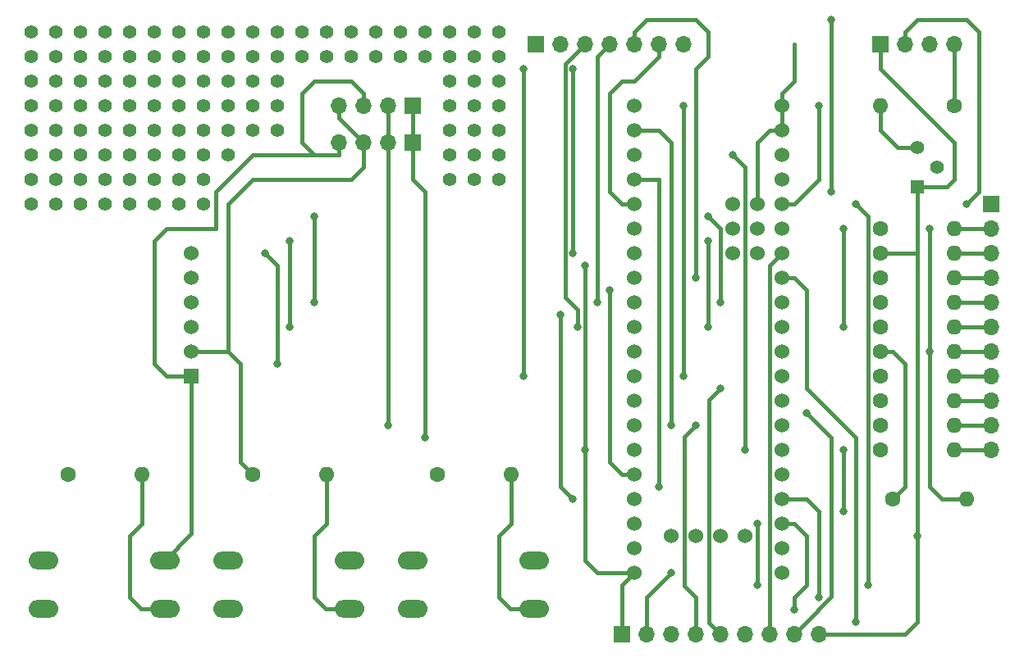
<source format=gbr>
%TF.GenerationSoftware,KiCad,Pcbnew,5.1.6-c6e7f7d~86~ubuntu16.04.1*%
%TF.CreationDate,2020-07-12T04:11:33+01:00*%
%TF.ProjectId,bluepill-pb1,626c7565-7069-46c6-9c2d-7062312e6b69,rev?*%
%TF.SameCoordinates,Original*%
%TF.FileFunction,Copper,L2,Bot*%
%TF.FilePolarity,Positive*%
%FSLAX46Y46*%
G04 Gerber Fmt 4.6, Leading zero omitted, Abs format (unit mm)*
G04 Created by KiCad (PCBNEW 5.1.6-c6e7f7d~86~ubuntu16.04.1) date 2020-07-12 04:11:33*
%MOMM*%
%LPD*%
G01*
G04 APERTURE LIST*
%TA.AperFunction,ComponentPad*%
%ADD10O,1.600000X1.600000*%
%TD*%
%TA.AperFunction,ComponentPad*%
%ADD11C,1.600000*%
%TD*%
%TA.AperFunction,ComponentPad*%
%ADD12C,1.524000*%
%TD*%
%TA.AperFunction,ComponentPad*%
%ADD13O,3.048000X1.850000*%
%TD*%
%TA.AperFunction,ComponentPad*%
%ADD14O,1.700000X1.700000*%
%TD*%
%TA.AperFunction,ComponentPad*%
%ADD15R,1.700000X1.700000*%
%TD*%
%TA.AperFunction,ComponentPad*%
%ADD16C,1.397000*%
%TD*%
%TA.AperFunction,ComponentPad*%
%ADD17R,1.397000X1.397000*%
%TD*%
%TA.AperFunction,ComponentPad*%
%ADD18R,1.524000X1.524000*%
%TD*%
%TA.AperFunction,ViaPad*%
%ADD19C,1.400000*%
%TD*%
%TA.AperFunction,ViaPad*%
%ADD20C,0.800000*%
%TD*%
%TA.AperFunction,Conductor*%
%ADD21C,0.400000*%
%TD*%
G04 APERTURE END LIST*
D10*
%TO.P,R15,2*%
%TO.N,Net-(Q1-Pad2)*%
X175260000Y-106680000D03*
D11*
%TO.P,R15,1*%
%TO.N,Net-(R15-Pad1)*%
X167640000Y-106680000D03*
%TD*%
D12*
%TO.P,U1,5V*%
%TO.N,Net-(J6-Pad1)*%
X140970000Y-109220000D03*
%TO.P,U1,3V3*%
%TO.N,+3V3*%
X151130000Y-81280000D03*
%TO.P,U1,PB2*%
%TO.N,N/C*%
X151130000Y-78740000D03*
%TO.P,U1,G*%
%TO.N,GND*%
X151130000Y-76200000D03*
%TO.P,U1,3V3*%
%TO.N,+3V3*%
X153670000Y-81280000D03*
%TO.P,U1,BOOT*%
%TO.N,N/C*%
X153670000Y-78740000D03*
%TO.P,U1,G*%
%TO.N,GND*%
X153670000Y-76200000D03*
X152400000Y-110490000D03*
%TO.P,U1,PA14*%
%TO.N,N/C*%
X149860000Y-110490000D03*
%TO.P,U1,PA13*%
X147320000Y-110490000D03*
%TO.P,U1,3V3*%
%TO.N,+3V3*%
X144780000Y-110490000D03*
%TO.P,U1,G*%
%TO.N,GND*%
X156210000Y-66040000D03*
X156210000Y-68580000D03*
%TO.P,U1,3V3*%
%TO.N,+3V3*%
X156210000Y-71120000D03*
%TO.P,U1,NRST*%
%TO.N,N/C*%
X156210000Y-73660000D03*
%TO.P,U1,PB11*%
%TO.N,Net-(Q1-Pad1)*%
X156210000Y-76200000D03*
%TO.P,U1,PB10*%
%TO.N,Net-(R8-Pad1)*%
X156210000Y-78740000D03*
%TO.P,U1,PB1*%
%TO.N,Net-(J5-Pad7)*%
X156210000Y-81280000D03*
%TO.P,U1,PB0*%
%TO.N,Net-(J5-Pad6)*%
X156210000Y-83820000D03*
%TO.P,U1,PA7*%
%TO.N,Net-(A1-Pad4)*%
X156210000Y-86360000D03*
%TO.P,U1,PA6*%
%TO.N,Net-(A1-Pad3)*%
X156210000Y-88900000D03*
%TO.P,U1,PA5*%
%TO.N,Net-(A1-Pad5)*%
X156210000Y-91440000D03*
%TO.P,U1,PA4*%
%TO.N,Net-(A1-Pad6)*%
X156210000Y-93980000D03*
%TO.P,U1,PA3*%
%TO.N,Net-(J5-Pad5)*%
X156210000Y-96520000D03*
%TO.P,U1,PA2*%
%TO.N,Net-(J5-Pad4)*%
X156210000Y-99060000D03*
%TO.P,U1,PA1*%
%TO.N,Net-(R2-Pad2)*%
X156210000Y-101600000D03*
%TO.P,U1,PA0*%
%TO.N,Net-(R3-Pad2)*%
X156210000Y-104140000D03*
%TO.P,U1,PC15*%
%TO.N,Net-(R1-Pad2)*%
X156210000Y-106680000D03*
%TO.P,U1,PC14*%
%TO.N,Net-(J5-Pad3)*%
X156210000Y-109220000D03*
%TO.P,U1,PC13*%
%TO.N,Net-(J5-Pad2)*%
X156210000Y-111760000D03*
%TO.P,U1,VBAT*%
%TO.N,N/C*%
X156210000Y-114300000D03*
%TO.P,U1,3V3*%
%TO.N,+3V3*%
X140970000Y-114300000D03*
%TO.P,U1,G*%
%TO.N,GND*%
X140970000Y-111760000D03*
%TO.P,U1,PB9*%
%TO.N,Net-(R7-Pad1)*%
X140970000Y-106680000D03*
%TO.P,U1,PB8*%
%TO.N,Net-(R6-Pad1)*%
X140970000Y-104140000D03*
%TO.P,U1,PB7*%
%TO.N,Net-(J3-Pad1)*%
X140970000Y-101600000D03*
%TO.P,U1,PB6*%
%TO.N,Net-(J3-Pad2)*%
X140970000Y-99060000D03*
%TO.P,U1,PB5*%
%TO.N,Net-(J5-Pad8)*%
X140970000Y-96520000D03*
%TO.P,U1,PB4*%
%TO.N,Net-(J6-Pad2)*%
X140970000Y-93980000D03*
%TO.P,U1,PB3*%
%TO.N,Net-(R15-Pad1)*%
X140970000Y-91440000D03*
%TO.P,U1,PA15*%
%TO.N,Net-(J6-Pad3)*%
X140970000Y-88900000D03*
%TO.P,U1,PA12*%
%TO.N,Net-(J6-Pad4)*%
X140970000Y-86360000D03*
%TO.P,U1,PA11*%
%TO.N,Net-(J6-Pad5)*%
X140970000Y-83820000D03*
%TO.P,U1,PA10*%
%TO.N,Net-(J2-Pad3)*%
X140970000Y-81280000D03*
%TO.P,U1,PA9*%
%TO.N,Net-(J2-Pad2)*%
X140970000Y-78740000D03*
%TO.P,U1,PA8*%
%TO.N,Net-(J6-Pad6)*%
X140970000Y-76200000D03*
%TO.P,U1,PB15*%
%TO.N,Net-(R13-Pad1)*%
X140970000Y-73660000D03*
%TO.P,U1,PB14*%
%TO.N,Net-(R12-Pad1)*%
X140970000Y-71120000D03*
%TO.P,U1,PB13*%
%TO.N,Net-(R11-Pad1)*%
X140970000Y-68580000D03*
%TO.P,U1,PB12*%
%TO.N,Net-(R10-Pad1)*%
X140970000Y-66040000D03*
%TD*%
D13*
%TO.P,SW2,2*%
%TO.N,Net-(R2-Pad2)*%
X99060000Y-118030000D03*
%TO.P,SW2,1*%
%TO.N,GND*%
X99060000Y-113030000D03*
%TO.P,SW2,2*%
%TO.N,Net-(R2-Pad2)*%
X111560000Y-118030000D03*
%TO.P,SW2,1*%
%TO.N,GND*%
X111560000Y-113030000D03*
%TD*%
D14*
%TO.P,J6,7*%
%TO.N,GND*%
X146050000Y-59690000D03*
%TO.P,J6,6*%
%TO.N,Net-(J6-Pad6)*%
X143510000Y-59690000D03*
%TO.P,J6,5*%
%TO.N,Net-(J6-Pad5)*%
X140970000Y-59690000D03*
%TO.P,J6,4*%
%TO.N,Net-(J6-Pad4)*%
X138430000Y-59690000D03*
%TO.P,J6,3*%
%TO.N,Net-(J6-Pad3)*%
X135890000Y-59690000D03*
%TO.P,J6,2*%
%TO.N,Net-(J6-Pad2)*%
X133350000Y-59690000D03*
D15*
%TO.P,J6,1*%
%TO.N,Net-(J6-Pad1)*%
X130810000Y-59690000D03*
%TD*%
D14*
%TO.P,J5,9*%
%TO.N,GND*%
X160020000Y-120650000D03*
%TO.P,J5,8*%
%TO.N,Net-(J5-Pad8)*%
X157480000Y-120650000D03*
%TO.P,J5,7*%
%TO.N,Net-(J5-Pad7)*%
X154940000Y-120650000D03*
%TO.P,J5,6*%
%TO.N,Net-(J5-Pad6)*%
X152400000Y-120650000D03*
%TO.P,J5,5*%
%TO.N,Net-(J5-Pad5)*%
X149860000Y-120650000D03*
%TO.P,J5,4*%
%TO.N,Net-(J5-Pad4)*%
X147320000Y-120650000D03*
%TO.P,J5,3*%
%TO.N,Net-(J5-Pad3)*%
X144780000Y-120650000D03*
%TO.P,J5,2*%
%TO.N,Net-(J5-Pad2)*%
X142240000Y-120650000D03*
D15*
%TO.P,J5,1*%
%TO.N,+3V3*%
X139700000Y-120650000D03*
%TD*%
D10*
%TO.P,R14,2*%
%TO.N,Net-(Q1-Pad1)*%
X166370000Y-66040000D03*
D11*
%TO.P,R14,1*%
%TO.N,+3V3*%
X173990000Y-66040000D03*
%TD*%
D16*
%TO.P,Q1,1*%
%TO.N,Net-(Q1-Pad1)*%
X170180000Y-70358000D03*
%TO.P,Q1,2*%
%TO.N,Net-(Q1-Pad2)*%
X172212000Y-72390000D03*
D17*
%TO.P,Q1,3*%
%TO.N,GND*%
X170180000Y-74422000D03*
%TD*%
D14*
%TO.P,J4,4*%
%TO.N,+3V3*%
X110490000Y-66040000D03*
%TO.P,J4,3*%
%TO.N,GND*%
X113030000Y-66040000D03*
%TO.P,J4,2*%
%TO.N,Net-(J3-Pad2)*%
X115570000Y-66040000D03*
D15*
%TO.P,J4,1*%
%TO.N,Net-(J3-Pad1)*%
X118110000Y-66040000D03*
%TD*%
D14*
%TO.P,J2,4*%
%TO.N,+3V3*%
X173990000Y-59690000D03*
%TO.P,J2,3*%
%TO.N,Net-(J2-Pad3)*%
X171450000Y-59690000D03*
%TO.P,J2,2*%
%TO.N,Net-(J2-Pad2)*%
X168910000Y-59690000D03*
D15*
%TO.P,J2,1*%
%TO.N,GND*%
X166370000Y-59690000D03*
%TD*%
D14*
%TO.P,J1,11*%
%TO.N,Net-(J1-Pad11)*%
X177800000Y-101600000D03*
%TO.P,J1,10*%
%TO.N,Net-(J1-Pad10)*%
X177800000Y-99060000D03*
%TO.P,J1,9*%
%TO.N,Net-(J1-Pad9)*%
X177800000Y-96520000D03*
%TO.P,J1,8*%
%TO.N,Net-(J1-Pad8)*%
X177800000Y-93980000D03*
%TO.P,J1,7*%
%TO.N,Net-(J1-Pad7)*%
X177800000Y-91440000D03*
%TO.P,J1,6*%
%TO.N,Net-(J1-Pad6)*%
X177800000Y-88900000D03*
%TO.P,J1,5*%
%TO.N,Net-(J1-Pad5)*%
X177800000Y-86360000D03*
%TO.P,J1,4*%
%TO.N,Net-(J1-Pad4)*%
X177800000Y-83820000D03*
%TO.P,J1,3*%
%TO.N,Net-(J1-Pad3)*%
X177800000Y-81280000D03*
%TO.P,J1,2*%
%TO.N,Net-(J1-Pad2)*%
X177800000Y-78740000D03*
D15*
%TO.P,J1,1*%
%TO.N,N/C*%
X177800000Y-76200000D03*
%TD*%
D10*
%TO.P,R13,2*%
%TO.N,Net-(J1-Pad11)*%
X173990000Y-101600000D03*
D11*
%TO.P,R13,1*%
%TO.N,Net-(R13-Pad1)*%
X166370000Y-101600000D03*
%TD*%
D10*
%TO.P,R12,2*%
%TO.N,Net-(J1-Pad10)*%
X173990000Y-99060000D03*
D11*
%TO.P,R12,1*%
%TO.N,Net-(R12-Pad1)*%
X166370000Y-99060000D03*
%TD*%
D10*
%TO.P,R11,2*%
%TO.N,Net-(J1-Pad9)*%
X173990000Y-96520000D03*
D11*
%TO.P,R11,1*%
%TO.N,Net-(R11-Pad1)*%
X166370000Y-96520000D03*
%TD*%
D10*
%TO.P,R10,2*%
%TO.N,Net-(J1-Pad8)*%
X173990000Y-93980000D03*
D11*
%TO.P,R10,1*%
%TO.N,Net-(R10-Pad1)*%
X166370000Y-93980000D03*
%TD*%
D10*
%TO.P,R9,2*%
%TO.N,Net-(J1-Pad7)*%
X173990000Y-91440000D03*
D11*
%TO.P,R9,1*%
%TO.N,Net-(R15-Pad1)*%
X166370000Y-91440000D03*
%TD*%
D10*
%TO.P,R8,2*%
%TO.N,Net-(J1-Pad6)*%
X173990000Y-88900000D03*
D11*
%TO.P,R8,1*%
%TO.N,Net-(R8-Pad1)*%
X166370000Y-88900000D03*
%TD*%
D10*
%TO.P,R7,2*%
%TO.N,Net-(J1-Pad5)*%
X173990000Y-86360000D03*
D11*
%TO.P,R7,1*%
%TO.N,Net-(R7-Pad1)*%
X166370000Y-86360000D03*
%TD*%
D10*
%TO.P,R6,2*%
%TO.N,Net-(J1-Pad4)*%
X173990000Y-83820000D03*
D11*
%TO.P,R6,1*%
%TO.N,Net-(R6-Pad1)*%
X166370000Y-83820000D03*
%TD*%
D10*
%TO.P,R5,2*%
%TO.N,Net-(J1-Pad3)*%
X173990000Y-81280000D03*
D11*
%TO.P,R5,1*%
%TO.N,GND*%
X166370000Y-81280000D03*
%TD*%
D10*
%TO.P,R4,2*%
%TO.N,Net-(J1-Pad2)*%
X173990000Y-78740000D03*
D11*
%TO.P,R4,1*%
%TO.N,Net-(JP1-Pad1)*%
X166370000Y-78740000D03*
%TD*%
D13*
%TO.P,SW3,2*%
%TO.N,Net-(R3-Pad2)*%
X118110000Y-118030000D03*
%TO.P,SW3,1*%
%TO.N,GND*%
X118110000Y-113030000D03*
%TO.P,SW3,2*%
%TO.N,Net-(R3-Pad2)*%
X130610000Y-118030000D03*
%TO.P,SW3,1*%
%TO.N,GND*%
X130610000Y-113030000D03*
%TD*%
%TO.P,SW1,2*%
%TO.N,Net-(R1-Pad2)*%
X80010000Y-118030000D03*
%TO.P,SW1,1*%
%TO.N,GND*%
X80010000Y-113030000D03*
%TO.P,SW1,2*%
%TO.N,Net-(R1-Pad2)*%
X92510000Y-118030000D03*
%TO.P,SW1,1*%
%TO.N,GND*%
X92510000Y-113030000D03*
%TD*%
D10*
%TO.P,R3,2*%
%TO.N,Net-(R3-Pad2)*%
X128270000Y-104140000D03*
D11*
%TO.P,R3,1*%
%TO.N,+3V3*%
X120650000Y-104140000D03*
%TD*%
D10*
%TO.P,R2,2*%
%TO.N,Net-(R2-Pad2)*%
X109220000Y-104140000D03*
D11*
%TO.P,R2,1*%
%TO.N,+3V3*%
X101600000Y-104140000D03*
%TD*%
D10*
%TO.P,R1,2*%
%TO.N,Net-(R1-Pad2)*%
X90170000Y-104140000D03*
D11*
%TO.P,R1,1*%
%TO.N,+3V3*%
X82550000Y-104140000D03*
%TD*%
D14*
%TO.P,J3,4*%
%TO.N,GND*%
X110490000Y-69850000D03*
%TO.P,J3,3*%
%TO.N,+3V3*%
X113030000Y-69850000D03*
%TO.P,J3,2*%
%TO.N,Net-(J3-Pad2)*%
X115570000Y-69850000D03*
D15*
%TO.P,J3,1*%
%TO.N,Net-(J3-Pad1)*%
X118110000Y-69850000D03*
%TD*%
D12*
%TO.P,A1,6*%
%TO.N,Net-(A1-Pad6)*%
X95250000Y-81280000D03*
%TO.P,A1,5*%
%TO.N,Net-(A1-Pad5)*%
X95250000Y-83820000D03*
%TO.P,A1,4*%
%TO.N,Net-(A1-Pad4)*%
X95250000Y-86360000D03*
%TO.P,A1,3*%
%TO.N,Net-(A1-Pad3)*%
X95250000Y-88900000D03*
%TO.P,A1,2*%
%TO.N,+3V3*%
X95250000Y-91440000D03*
D18*
%TO.P,A1,1*%
%TO.N,GND*%
X95250000Y-93980000D03*
%TD*%
D19*
%TO.N,*%
X78740000Y-58420000D03*
X78740000Y-60960000D03*
X78740000Y-63500000D03*
X78740000Y-66040000D03*
X78740000Y-68580000D03*
X78740000Y-71120000D03*
X78740000Y-73660000D03*
X78740000Y-76200000D03*
X81280000Y-76200000D03*
X81280000Y-73660000D03*
X81280000Y-71120000D03*
X81280000Y-68580000D03*
X81280000Y-66040000D03*
X81280000Y-63500000D03*
X81280000Y-60960000D03*
X81280000Y-58420000D03*
X83820000Y-58420000D03*
X83820000Y-60960000D03*
X83820000Y-63500000D03*
X83820000Y-66040000D03*
X83820000Y-68580000D03*
X83820000Y-71120000D03*
X83820000Y-73660000D03*
X83820000Y-76200000D03*
X86360000Y-76200000D03*
X86360000Y-73660000D03*
X86360000Y-71120000D03*
X86360000Y-68580000D03*
X86360000Y-66040000D03*
X86360000Y-63500000D03*
X86360000Y-60960000D03*
X86360000Y-58420000D03*
X88900000Y-58420000D03*
X88900000Y-60960000D03*
X88900000Y-63500000D03*
X88900000Y-66040000D03*
X88900000Y-68580000D03*
X88900000Y-71120000D03*
X88900000Y-73660000D03*
X88900000Y-76200000D03*
X91440000Y-76200000D03*
X91440000Y-73660000D03*
X91440000Y-71120000D03*
X91440000Y-68580000D03*
X91440000Y-66040000D03*
X91440000Y-63500000D03*
X91440000Y-60960000D03*
X91440000Y-58420000D03*
X93980000Y-58420000D03*
X93980000Y-60960000D03*
X93980000Y-63500000D03*
X93980000Y-66040000D03*
X93980000Y-68580000D03*
X93980000Y-71120000D03*
X93980000Y-73660000D03*
X93980000Y-76200000D03*
X96520000Y-76200000D03*
X96520000Y-73660000D03*
X96520000Y-71120000D03*
X96520000Y-68580000D03*
X96520000Y-66040000D03*
X96520000Y-63500000D03*
X96520000Y-60960000D03*
X96520000Y-58420000D03*
X99060000Y-58420000D03*
X99060000Y-60960000D03*
X99060000Y-63500000D03*
X99060000Y-66040000D03*
X99060000Y-68580000D03*
X99060000Y-71120000D03*
X101600000Y-58420000D03*
X101600000Y-60960000D03*
X104140000Y-60960000D03*
X104140000Y-58420000D03*
X106680000Y-58420000D03*
X106680000Y-60960000D03*
X109220000Y-60960000D03*
X109220000Y-58420000D03*
X111760000Y-58420000D03*
X111760000Y-60960000D03*
X114300000Y-60960000D03*
X114300000Y-58420000D03*
X116840000Y-58420000D03*
X116840000Y-60960000D03*
X119380000Y-60960000D03*
X119380000Y-58420000D03*
X121920000Y-58420000D03*
X121920000Y-60960000D03*
X124460000Y-60960000D03*
X124460000Y-58420000D03*
X101600000Y-63500000D03*
X101600000Y-66040000D03*
X101600000Y-68580000D03*
X104140000Y-68580000D03*
X104140000Y-66040000D03*
X104140000Y-63500000D03*
X124460000Y-63500000D03*
X127000000Y-63500000D03*
X121920000Y-63500000D03*
X121920000Y-66040000D03*
X124460000Y-66040000D03*
X127000000Y-66040000D03*
X127000000Y-60960000D03*
X127000000Y-58420000D03*
X121920000Y-68580000D03*
X124460000Y-68580000D03*
X127000000Y-68580000D03*
X127000000Y-71120000D03*
X121920000Y-71120000D03*
X124460000Y-71120000D03*
X121920000Y-73660000D03*
X124460000Y-73660000D03*
X127000000Y-73660000D03*
D20*
%TO.N,Net-(A1-Pad6)*%
X104140000Y-92710000D03*
X102870000Y-81280000D03*
%TO.N,Net-(A1-Pad4)*%
X149860000Y-86360000D03*
X148590000Y-77470000D03*
X107950000Y-77470000D03*
X107950000Y-86360000D03*
%TO.N,Net-(A1-Pad3)*%
X148590000Y-88900000D03*
X105410000Y-80010000D03*
X105410000Y-88900000D03*
X148590000Y-80010000D03*
%TO.N,Net-(J2-Pad3)*%
X134620000Y-62230000D03*
X134620000Y-81280000D03*
%TO.N,Net-(J2-Pad2)*%
X175260000Y-76200000D03*
%TO.N,+3V3*%
X135890000Y-101600000D03*
X135890000Y-82550000D03*
%TO.N,GND*%
X170180000Y-110490000D03*
%TO.N,Net-(R1-Pad2)*%
X160020000Y-116840000D03*
%TO.N,Net-(R2-Pad2)*%
X162560000Y-107950000D03*
X162560000Y-101600000D03*
%TO.N,Net-(J3-Pad2)*%
X115570000Y-99060000D03*
%TO.N,Net-(J3-Pad1)*%
X119380000Y-100330000D03*
%TO.N,Net-(R6-Pad1)*%
X138430000Y-85090000D03*
%TO.N,Net-(R7-Pad1)*%
X133350000Y-87630000D03*
X134620000Y-106680000D03*
%TO.N,Net-(R8-Pad1)*%
X162560000Y-78740000D03*
X162560000Y-88900000D03*
%TO.N,Net-(R10-Pad1)*%
X146050000Y-66040000D03*
X146050000Y-93980000D03*
%TO.N,Net-(R11-Pad1)*%
X144780000Y-99060000D03*
%TO.N,Net-(R12-Pad1)*%
X152400000Y-101600000D03*
X151130000Y-71120000D03*
%TO.N,Net-(R13-Pad1)*%
X143510000Y-105410000D03*
%TO.N,Net-(J5-Pad8)*%
X158750000Y-97790000D03*
%TO.N,Net-(J5-Pad6)*%
X163830000Y-119380000D03*
%TO.N,Net-(J5-Pad5)*%
X149860000Y-95250000D03*
%TO.N,Net-(J5-Pad4)*%
X147320000Y-99060000D03*
%TO.N,Net-(J5-Pad3)*%
X157480000Y-118110000D03*
%TO.N,Net-(J5-Pad2)*%
X144780000Y-114300000D03*
%TO.N,Net-(J6-Pad5)*%
X147320000Y-83820000D03*
%TO.N,Net-(J6-Pad4)*%
X137160000Y-86360000D03*
%TO.N,Net-(J6-Pad3)*%
X135090000Y-88900000D03*
%TO.N,Net-(J6-Pad2)*%
X129540000Y-93980000D03*
X129540000Y-62230000D03*
%TO.N,Net-(J6-Pad1)*%
X153670000Y-109220000D03*
X153670000Y-115570000D03*
X165100000Y-115570000D03*
X163830000Y-76200000D03*
X161290000Y-57150000D03*
X161290000Y-74930000D03*
%TO.N,Net-(Q1-Pad1)*%
X160020000Y-66040000D03*
%TO.N,Net-(Q1-Pad2)*%
X171450000Y-78740000D03*
X171450000Y-91440000D03*
%TD*%
D21*
%TO.N,Net-(A1-Pad6)*%
X104140000Y-82550000D02*
X102870000Y-81280000D01*
X104140000Y-92710000D02*
X104140000Y-82550000D01*
%TO.N,Net-(A1-Pad4)*%
X149860000Y-78740000D02*
X148590000Y-77470000D01*
X149860000Y-86360000D02*
X149860000Y-78740000D01*
X107950000Y-77470000D02*
X107950000Y-86360000D01*
%TO.N,Net-(A1-Pad3)*%
X148590000Y-88900000D02*
X148590000Y-81280000D01*
X105410000Y-80010000D02*
X105410000Y-88900000D01*
X148590000Y-81280000D02*
X148590000Y-80010000D01*
%TO.N,Net-(J1-Pad2)*%
X177800000Y-78740000D02*
X173990000Y-78740000D01*
%TO.N,Net-(J1-Pad7)*%
X173990000Y-91440000D02*
X177800000Y-91440000D01*
%TO.N,Net-(J1-Pad6)*%
X177800000Y-88900000D02*
X173990000Y-88900000D01*
%TO.N,Net-(J1-Pad5)*%
X173990000Y-86360000D02*
X177800000Y-86360000D01*
%TO.N,Net-(J1-Pad4)*%
X177800000Y-83820000D02*
X173990000Y-83820000D01*
%TO.N,Net-(J2-Pad3)*%
X134620000Y-62230000D02*
X134620000Y-80010000D01*
X134620000Y-81280000D02*
X134620000Y-80010000D01*
%TO.N,Net-(J2-Pad2)*%
X175260000Y-76200000D02*
X176530000Y-74930000D01*
X176530000Y-74930000D02*
X176530000Y-58420000D01*
X176530000Y-58420000D02*
X175260000Y-57150000D01*
X175260000Y-57150000D02*
X170180000Y-57150000D01*
X168910000Y-58420000D02*
X168910000Y-59690000D01*
X170180000Y-57150000D02*
X168910000Y-58420000D01*
%TO.N,Net-(J1-Pad11)*%
X173990000Y-101600000D02*
X177800000Y-101600000D01*
%TO.N,Net-(J1-Pad10)*%
X177800000Y-99060000D02*
X173990000Y-99060000D01*
%TO.N,Net-(J1-Pad9)*%
X173990000Y-96520000D02*
X177800000Y-96520000D01*
%TO.N,Net-(J1-Pad8)*%
X177800000Y-93980000D02*
X173990000Y-93980000D01*
%TO.N,+3V3*%
X173990000Y-59690000D02*
X173990000Y-66040000D01*
X95250000Y-91440000D02*
X99060000Y-91440000D01*
X99060000Y-91440000D02*
X100330000Y-92710000D01*
X100330000Y-102870000D02*
X101600000Y-104140000D01*
X100330000Y-92710000D02*
X100330000Y-102870000D01*
X140970000Y-114300000D02*
X139700000Y-115570000D01*
X139700000Y-115570000D02*
X139700000Y-120650000D01*
X135890000Y-101600000D02*
X135890000Y-113030000D01*
X137160000Y-114300000D02*
X140970000Y-114300000D01*
X135890000Y-113030000D02*
X137160000Y-114300000D01*
X110490000Y-67310000D02*
X113030000Y-69850000D01*
X110490000Y-66040000D02*
X110490000Y-67310000D01*
X99060000Y-91440000D02*
X99060000Y-76200000D01*
X99060000Y-76200000D02*
X101600000Y-73660000D01*
X101600000Y-73660000D02*
X111760000Y-73660000D01*
X113030000Y-72390000D02*
X113030000Y-69850000D01*
X111760000Y-73660000D02*
X113030000Y-72390000D01*
X135890000Y-82550000D02*
X135890000Y-101600000D01*
%TO.N,GND*%
X157480000Y-59690000D02*
X157480000Y-63500000D01*
X156210000Y-64770000D02*
X156210000Y-66040000D01*
X157480000Y-63500000D02*
X156210000Y-64770000D01*
X156210000Y-68580000D02*
X156210000Y-66040000D01*
X95250000Y-110290000D02*
X92510000Y-113030000D01*
X95250000Y-93980000D02*
X95250000Y-110290000D01*
X113030000Y-66040000D02*
X113030000Y-64770000D01*
X113030000Y-64770000D02*
X111760000Y-63500000D01*
X111760000Y-63500000D02*
X107950000Y-63500000D01*
X107950000Y-63500000D02*
X106680000Y-64770000D01*
X106680000Y-64770000D02*
X106680000Y-69850000D01*
X106680000Y-69850000D02*
X107950000Y-71120000D01*
X107950000Y-71120000D02*
X110490000Y-71120000D01*
X110490000Y-71120000D02*
X110490000Y-69850000D01*
X170180000Y-74422000D02*
X170180000Y-110490000D01*
X170180000Y-110490000D02*
X170180000Y-119380000D01*
X168910000Y-120650000D02*
X160020000Y-120650000D01*
X170180000Y-119380000D02*
X168910000Y-120650000D01*
X166370000Y-81280000D02*
X170180000Y-81280000D01*
X156210000Y-68580000D02*
X154940000Y-68580000D01*
X153670000Y-69850000D02*
X153670000Y-76200000D01*
X154940000Y-68580000D02*
X153670000Y-69850000D01*
X166370000Y-62230000D02*
X166370000Y-59690000D01*
X170180000Y-74422000D02*
X173228000Y-74422000D01*
X173228000Y-74422000D02*
X173990000Y-73660000D01*
X173990000Y-73660000D02*
X173990000Y-69850000D01*
X173990000Y-69850000D02*
X166370000Y-62230000D01*
X97790000Y-74930000D02*
X101600000Y-71120000D01*
X97790000Y-78740000D02*
X97790000Y-74930000D01*
X92710000Y-78740000D02*
X97790000Y-78740000D01*
X95250000Y-93980000D02*
X92710000Y-93980000D01*
X91440000Y-80010000D02*
X92710000Y-78740000D01*
X101600000Y-71120000D02*
X107950000Y-71120000D01*
X92710000Y-93980000D02*
X91440000Y-92710000D01*
X91440000Y-92710000D02*
X91440000Y-80010000D01*
%TO.N,Net-(R1-Pad2)*%
X90170000Y-104140000D02*
X90170000Y-109220000D01*
X90170000Y-109220000D02*
X88900000Y-110490000D01*
X88900000Y-110490000D02*
X88900000Y-116840000D01*
X90090000Y-118030000D02*
X92510000Y-118030000D01*
X88900000Y-116840000D02*
X90090000Y-118030000D01*
X160020000Y-116840000D02*
X160020000Y-107950000D01*
X158750000Y-106680000D02*
X156210000Y-106680000D01*
X160020000Y-107950000D02*
X158750000Y-106680000D01*
%TO.N,Net-(R2-Pad2)*%
X109220000Y-104140000D02*
X109220000Y-109220000D01*
X109220000Y-109220000D02*
X107950000Y-110490000D01*
X107950000Y-110490000D02*
X107950000Y-116840000D01*
X109140000Y-118030000D02*
X111560000Y-118030000D01*
X107950000Y-116840000D02*
X109140000Y-118030000D01*
X162560000Y-107950000D02*
X162560000Y-101600000D01*
%TO.N,Net-(R3-Pad2)*%
X128270000Y-104140000D02*
X128270000Y-109220000D01*
X128270000Y-109220000D02*
X127000000Y-110490000D01*
X127000000Y-110490000D02*
X127000000Y-116840000D01*
X128190000Y-118030000D02*
X130610000Y-118030000D01*
X127000000Y-116840000D02*
X128190000Y-118030000D01*
%TO.N,Net-(J3-Pad2)*%
X115570000Y-66040000D02*
X115570000Y-69850000D01*
X115570000Y-99060000D02*
X115570000Y-69850000D01*
%TO.N,Net-(J3-Pad1)*%
X118110000Y-66040000D02*
X118110000Y-69850000D01*
X119380000Y-100330000D02*
X119380000Y-74930000D01*
X118110000Y-73660000D02*
X118110000Y-69850000D01*
X119380000Y-74930000D02*
X118110000Y-73660000D01*
%TO.N,Net-(J1-Pad3)*%
X173990000Y-81280000D02*
X177800000Y-81280000D01*
%TO.N,Net-(R6-Pad1)*%
X138430000Y-85090000D02*
X138430000Y-102870000D01*
X138430000Y-102870000D02*
X139700000Y-104140000D01*
X139700000Y-104140000D02*
X140970000Y-104140000D01*
%TO.N,Net-(R7-Pad1)*%
X133350000Y-105410000D02*
X134620000Y-106680000D01*
X133350000Y-87630000D02*
X133350000Y-105410000D01*
%TO.N,Net-(R8-Pad1)*%
X162560000Y-78740000D02*
X162560000Y-88900000D01*
%TO.N,Net-(R10-Pad1)*%
X146050000Y-66040000D02*
X146050000Y-93980000D01*
%TO.N,Net-(R11-Pad1)*%
X144780000Y-99060000D02*
X144780000Y-69850000D01*
X143510000Y-68580000D02*
X140970000Y-68580000D01*
X144780000Y-69850000D02*
X143510000Y-68580000D01*
%TO.N,Net-(R12-Pad1)*%
X152400000Y-72390000D02*
X151130000Y-71120000D01*
X152400000Y-101600000D02*
X152400000Y-72390000D01*
%TO.N,Net-(R13-Pad1)*%
X143510000Y-105410000D02*
X143510000Y-73660000D01*
X143510000Y-73660000D02*
X140970000Y-73660000D01*
%TO.N,Net-(J5-Pad8)*%
X158750000Y-97790000D02*
X161290000Y-100330000D01*
X161290000Y-116754002D02*
X159934002Y-118110000D01*
X161290000Y-100330000D02*
X161290000Y-116754002D01*
X159934002Y-118195998D02*
X157480000Y-120650000D01*
X159934002Y-118110000D02*
X159934002Y-118195998D01*
%TO.N,Net-(J5-Pad7)*%
X154940000Y-120650000D02*
X154940000Y-82550000D01*
X154940000Y-82550000D02*
X156210000Y-81280000D01*
%TO.N,Net-(J5-Pad6)*%
X156210000Y-83820000D02*
X157480000Y-83820000D01*
X157480000Y-83820000D02*
X158750000Y-85090000D01*
X158750000Y-85090000D02*
X158750000Y-95250000D01*
X158750000Y-95250000D02*
X163830000Y-100330000D01*
X163830000Y-100330000D02*
X163830000Y-119380000D01*
%TO.N,Net-(J5-Pad5)*%
X148697999Y-119487999D02*
X149860000Y-120650000D01*
X148697999Y-96412001D02*
X148697999Y-119487999D01*
X149860000Y-95250000D02*
X148697999Y-96412001D01*
%TO.N,Net-(J5-Pad4)*%
X146157999Y-100222001D02*
X146157999Y-115677999D01*
X147320000Y-99060000D02*
X146157999Y-100222001D01*
X147320000Y-116840000D02*
X147320000Y-120650000D01*
X146157999Y-115677999D02*
X147320000Y-116840000D01*
%TO.N,Net-(J5-Pad3)*%
X156210000Y-109220000D02*
X157480000Y-109220000D01*
X157480000Y-109220000D02*
X158750000Y-110490000D01*
X158750000Y-110490000D02*
X158750000Y-115570000D01*
X158750000Y-115570000D02*
X157480000Y-116840000D01*
X157480000Y-116840000D02*
X157480000Y-118110000D01*
%TO.N,Net-(J5-Pad2)*%
X142240000Y-120650000D02*
X142240000Y-116840000D01*
X142240000Y-116840000D02*
X144780000Y-114300000D01*
%TO.N,Net-(J6-Pad6)*%
X143510000Y-59690000D02*
X143510000Y-60960000D01*
X143510000Y-60960000D02*
X140970000Y-63500000D01*
X140970000Y-63500000D02*
X139700000Y-63500000D01*
X139700000Y-63500000D02*
X138430000Y-64770000D01*
X138430000Y-64770000D02*
X138430000Y-74930000D01*
X139700000Y-76200000D02*
X140970000Y-76200000D01*
X138430000Y-74930000D02*
X139700000Y-76200000D01*
%TO.N,Net-(J6-Pad5)*%
X140970000Y-58420000D02*
X140970000Y-59690000D01*
X142240000Y-57150000D02*
X140970000Y-58420000D01*
X147320000Y-57150000D02*
X142240000Y-57150000D01*
X147320000Y-83820000D02*
X147320000Y-62230000D01*
X148590000Y-58420000D02*
X147320000Y-57150000D01*
X147320000Y-62230000D02*
X148590000Y-60960000D01*
X148590000Y-60960000D02*
X148590000Y-58420000D01*
%TO.N,Net-(J6-Pad4)*%
X137160000Y-60960000D02*
X138430000Y-59690000D01*
X137160000Y-86360000D02*
X137160000Y-60960000D01*
%TO.N,Net-(J6-Pad3)*%
X133819999Y-85889999D02*
X133819999Y-61760001D01*
X135090000Y-87160000D02*
X133819999Y-85889999D01*
X135090000Y-88900000D02*
X135090000Y-87160000D01*
X133819999Y-61760001D02*
X135890000Y-59690000D01*
%TO.N,Net-(J6-Pad2)*%
X129540000Y-93980000D02*
X129540000Y-62230000D01*
%TO.N,Net-(J6-Pad1)*%
X153670000Y-109220000D02*
X153670000Y-115570000D01*
X165100000Y-77470000D02*
X163830000Y-76200000D01*
X165100000Y-115570000D02*
X165100000Y-77470000D01*
X161290000Y-57150000D02*
X161290000Y-74930000D01*
%TO.N,Net-(Q1-Pad1)*%
X166370000Y-66040000D02*
X166370000Y-68580000D01*
X168148000Y-70358000D02*
X170180000Y-70358000D01*
X166370000Y-68580000D02*
X168148000Y-70358000D01*
X156210000Y-76200000D02*
X157480000Y-76200000D01*
X157480000Y-76200000D02*
X160020000Y-73660000D01*
X160020000Y-66040000D02*
X160020000Y-68580000D01*
X160020000Y-68580000D02*
X160020000Y-67310000D01*
X160020000Y-73660000D02*
X160020000Y-68580000D01*
%TO.N,Net-(Q1-Pad2)*%
X171450000Y-78740000D02*
X171450000Y-91440000D01*
X171450000Y-91440000D02*
X171450000Y-105410000D01*
X172720000Y-106680000D02*
X175260000Y-106680000D01*
X171450000Y-105410000D02*
X172720000Y-106680000D01*
%TO.N,Net-(R15-Pad1)*%
X167640000Y-106680000D02*
X168910000Y-105410000D01*
X168910000Y-105410000D02*
X168910000Y-92710000D01*
X168910000Y-92710000D02*
X167640000Y-91440000D01*
X167640000Y-91440000D02*
X166370000Y-91440000D01*
%TD*%
M02*

</source>
